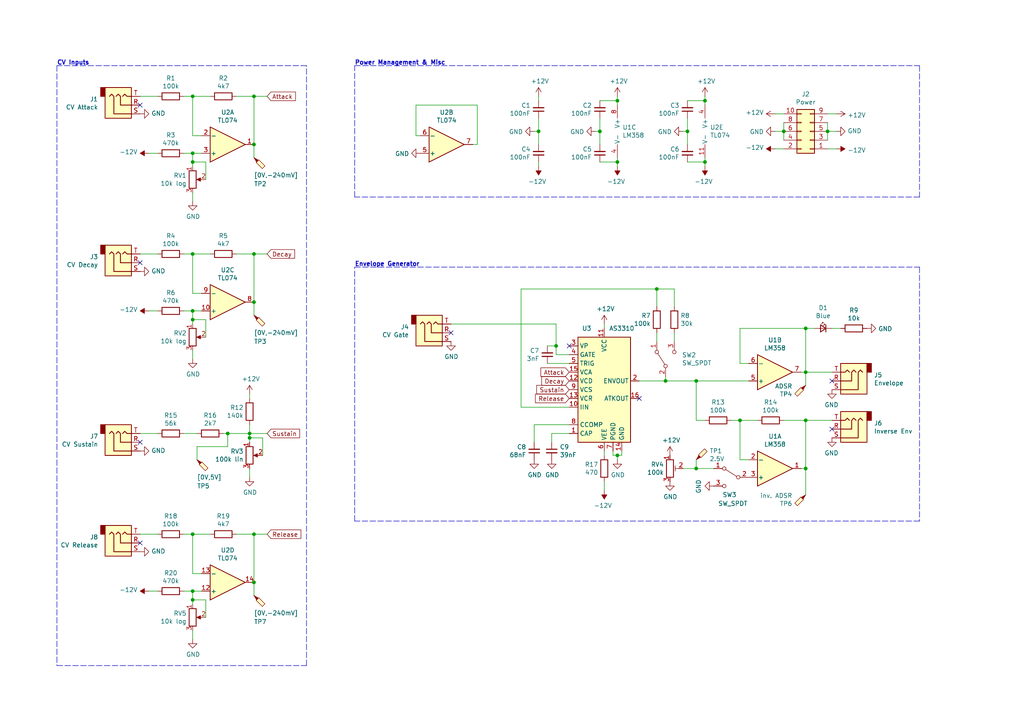
<source format=kicad_sch>
(kicad_sch (version 20211123) (generator eeschema)
  (paper "A4")
  (title_block (title "ADSR 3310") (date "2022-03-09") (rev "0.1.1") (company "gss") (comment 1 "VCASDR based on the 3310 chip with inverse output"))
  (lib_symbols
    (symbol "Amplifier_Operational:LM358" (pin_names (offset 0.127))
      (property "Reference" "U" (at 0 5.08 0))
      (property "Value" "LM358" (at 0 -5.08 0))
      (symbol "LM358_1_1"
        (polyline (pts (xy -5.08 5.08) (xy 5.08 0) (xy -5.08 -5.08) (xy -5.08 5.08)) (stroke (width 0.254)) (fill (type background)))
        (pin output line (at 7.62 0 180) (length 2.54) (name "~") (number "1"))
        (pin input line (at -7.62 -2.54 0) (length 2.54) (name "-") (number "2"))
        (pin input line (at -7.62 2.54 0) (length 2.54) (name "+") (number "3"))
      )
      (symbol "LM358_2_1"
        (polyline (pts (xy -5.08 5.08) (xy 5.08 0) (xy -5.08 -5.08) (xy -5.08 5.08)) (stroke (width 0.254)) (fill (type background)))
        (pin input line (at -7.62 2.54 0) (length 2.54) (name "+") (number "5"))
        (pin input line (at -7.62 -2.54 0) (length 2.54) (name "-") (number "6"))
        (pin output line (at 7.62 0 180) (length 2.54) (name "~") (number "7"))
      )
      (symbol "LM358_3_1"
        (pin power_in line (at -2.54 -7.62 90) (length 3.81) (name "V-") (number "4"))
        (pin power_in line (at -2.54 7.62 270) (length 3.81) (name "V+") (number "8"))
      )
    )
    (symbol "Amplifier_Operational:TL074" (pin_names (offset 0.127))
      (property "Reference" "U" (at 0 5.08 0))
      (property "Value" "TL074" (at 0 -5.08 0))
      (symbol "TL074_1_1"
        (polyline (pts (xy -5.08 5.08) (xy 5.08 0) (xy -5.08 -5.08) (xy -5.08 5.08)) (stroke (width 0.254)) (fill (type background)))
        (pin output line (at 7.62 0 180) (length 2.54) (name "~") (number "1"))
        (pin input line (at -7.62 -2.54 0) (length 2.54) (name "-") (number "2"))
        (pin input line (at -7.62 2.54 0) (length 2.54) (name "+") (number "3"))
      )
      (symbol "TL074_2_1"
        (polyline (pts (xy -5.08 5.08) (xy 5.08 0) (xy -5.08 -5.08) (xy -5.08 5.08)) (stroke (width 0.254)) (fill (type background)))
        (pin input line (at -7.62 2.54 0) (length 2.54) (name "+") (number "5"))
        (pin input line (at -7.62 -2.54 0) (length 2.54) (name "-") (number "6"))
        (pin output line (at 7.62 0 180) (length 2.54) (name "~") (number "7"))
      )
      (symbol "TL074_3_1"
        (polyline (pts (xy -5.08 5.08) (xy 5.08 0) (xy -5.08 -5.08) (xy -5.08 5.08)) (stroke (width 0.254)) (fill (type background)))
        (pin input line (at -7.62 2.54 0) (length 2.54) (name "+") (number "10"))
        (pin output line (at 7.62 0 180) (length 2.54) (name "~") (number "8"))
        (pin input line (at -7.62 -2.54 0) (length 2.54) (name "-") (number "9"))
      )
      (symbol "TL074_4_1"
        (polyline (pts (xy -5.08 5.08) (xy 5.08 0) (xy -5.08 -5.08) (xy -5.08 5.08)) (stroke (width 0.254)) (fill (type background)))
        (pin input line (at -7.62 2.54 0) (length 2.54) (name "+") (number "12"))
        (pin input line (at -7.62 -2.54 0) (length 2.54) (name "-") (number "13"))
        (pin output line (at 7.62 0 180) (length 2.54) (name "~") (number "14"))
      )
      (symbol "TL074_5_1"
        (pin power_in line (at -2.54 -7.62 90) (length 3.81) (name "V-") (number "11"))
        (pin power_in line (at -2.54 7.62 270) (length 3.81) (name "V+") (number "4"))
      )
    )
    (symbol "Audio:AS3310"
      (property "Reference" "U" (at -5.08 17.78 0))
      (property "Value" "AS3310" (at 5.08 17.78 0))
      (symbol "AS3310_0_1"
        (rectangle (start 7.62 -15.24) (end -7.62 15.24) (stroke (width 0.254)) (fill (type background)))
      )
      (symbol "AS3310_1_1"
        (pin passive line (at -10.16 -12.7 0) (length 2.54) (name "CAP") (number "1"))
        (pin input line (at -10.16 -5.08 0) (length 2.54) (name "IIN") (number "10"))
        (pin power_in line (at 0 17.78 270) (length 2.54) (name "VCC") (number "11"))
        (pin input line (at -10.16 2.54 0) (length 2.54) (name "VCD") (number "12"))
        (pin input line (at -10.16 -2.54 0) (length 2.54) (name "VCR") (number "13"))
        (pin power_in line (at 5.08 -17.78 90) (length 2.54) (name "GND") (number "14"))
        (pin input line (at -10.16 5.08 0) (length 2.54) (name "VCA") (number "15"))
        (pin output line (at 10.16 -2.54 180) (length 2.54) (name "ATKOUT") (number "16"))
        (pin output line (at 10.16 2.54 180) (length 2.54) (name "ENVOUT") (number "2"))
        (pin input line (at -10.16 12.7 0) (length 2.54) (name "VP") (number "3"))
        (pin input line (at -10.16 10.16 0) (length 2.54) (name "GATE") (number "4"))
        (pin input line (at -10.16 7.62 0) (length 2.54) (name "TRIG") (number "5"))
        (pin power_in line (at 0 -17.78 90) (length 2.54) (name "VEE") (number "6"))
        (pin power_in line (at 2.54 -17.78 90) (length 2.54) (name "PGND") (number "7"))
        (pin passive line (at -10.16 -10.16 0) (length 2.54) (name "CCOMP") (number "8"))
        (pin input line (at -10.16 0 0) (length 2.54) (name "VCS") (number "9"))
      )
    )
    (symbol "Connector:AudioJack3"
      (property "Reference" "J" (at 0 8.89 0))
      (property "Value" "AudioJack3" (at 0 6.35 0))
      (symbol "AudioJack3_0_1"
        (rectangle (start -5.08 -5.08) (end -6.35 -2.54) (stroke (width 0.254)) (fill (type outline)))
        (polyline (pts (xy 0 -2.54) (xy 0.635 -3.175) (xy 1.27 -2.54) (xy 2.54 -2.54)) (stroke (width 0.254)))
        (polyline (pts (xy -1.905 -2.54) (xy -1.27 -3.175) (xy -0.635 -2.54) (xy -0.635 0) (xy 2.54 0)) (stroke (width 0.254)))
        (polyline (pts (xy 2.54 2.54) (xy -2.54 2.54) (xy -2.54 -2.54) (xy -3.175 -3.175) (xy -3.81 -2.54)) (stroke (width 0.254)))
        (rectangle (start 2.54 3.81) (end -5.08 -5.08) (stroke (width 0.254)) (fill (type background)))
      )
      (symbol "AudioJack3_1_1"
        (pin passive line (at 5.08 0 180) (length 2.54) (name "~") (number "R"))
        (pin passive line (at 5.08 2.54 180) (length 2.54) (name "~") (number "S"))
        (pin passive line (at 5.08 -2.54 180) (length 2.54) (name "~") (number "T"))
      )
    )
    (symbol "Connector:TestPoint_Probe" (pin_numbers hide) (pin_names (offset 0.762) hide)
      (property "Reference" "TP" (at 1.651 5.842 0))
      (property "Value" "TestPoint_Probe" (at 1.651 4.064 0))
      (symbol "TestPoint_Probe_0_1"
        (polyline (pts (xy 1.27 0.762) (xy 0 0) (xy 0.762 1.27) (xy 1.27 0.762)) (fill (type outline)))
        (polyline (pts (xy 1.397 0.635) (xy 0.635 1.397) (xy 2.413 3.175) (xy 3.175 2.413) (xy 1.397 0.635)) (fill (type background)))
      )
      (symbol "TestPoint_Probe_1_1"
        (pin passive line (at 0 0 90) (length 0) (name "1") (number "1"))
      )
    )
    (symbol "Connector_Generic:Conn_02x05_Odd_Even" (pin_names (offset 1.016) hide)
      (property "Reference" "J" (at 1.27 7.62 0))
      (property "Value" "Conn_02x05_Odd_Even" (at 1.27 -7.62 0))
      (symbol "Conn_02x05_Odd_Even_1_1"
        (rectangle (start -1.27 -4.953) (end 0 -5.207) (stroke (width 0.1524)))
        (rectangle (start -1.27 -2.413) (end 0 -2.667) (stroke (width 0.1524)))
        (rectangle (start -1.27 0.127) (end 0 -0.127) (stroke (width 0.1524)))
        (rectangle (start -1.27 2.667) (end 0 2.413) (stroke (width 0.1524)))
        (rectangle (start -1.27 5.207) (end 0 4.953) (stroke (width 0.1524)))
        (rectangle (start -1.27 6.35) (end 3.81 -6.35) (stroke (width 0.254)) (fill (type background)))
        (rectangle (start 3.81 -4.953) (end 2.54 -5.207) (stroke (width 0.1524)))
        (rectangle (start 3.81 -2.413) (end 2.54 -2.667) (stroke (width 0.1524)))
        (rectangle (start 3.81 0.127) (end 2.54 -0.127) (stroke (width 0.1524)))
        (rectangle (start 3.81 2.667) (end 2.54 2.413) (stroke (width 0.1524)))
        (rectangle (start 3.81 5.207) (end 2.54 4.953) (stroke (width 0.1524)))
        (pin passive line (at -5.08 5.08 0) (length 3.81) (name "Pin_1") (number "1"))
        (pin passive line (at 7.62 -5.08 180) (length 3.81) (name "Pin_10") (number "10"))
        (pin passive line (at 7.62 5.08 180) (length 3.81) (name "Pin_2") (number "2"))
        (pin passive line (at -5.08 2.54 0) (length 3.81) (name "Pin_3") (number "3"))
        (pin passive line (at 7.62 2.54 180) (length 3.81) (name "Pin_4") (number "4"))
        (pin passive line (at -5.08 0 0) (length 3.81) (name "Pin_5") (number "5"))
        (pin passive line (at 7.62 0 180) (length 3.81) (name "Pin_6") (number "6"))
        (pin passive line (at -5.08 -2.54 0) (length 3.81) (name "Pin_7") (number "7"))
        (pin passive line (at 7.62 -2.54 180) (length 3.81) (name "Pin_8") (number "8"))
        (pin passive line (at -5.08 -5.08 0) (length 3.81) (name "Pin_9") (number "9"))
      )
    )
    (symbol "Device:C_Small" (pin_numbers hide) (pin_names (offset 0.254) hide)
      (property "Reference" "C" (at 0.254 1.778 0))
      (property "Value" "C_Small" (at 0.254 -2.032 0))
      (symbol "C_Small_0_1"
        (polyline (pts (xy -1.524 -0.508) (xy 1.524 -0.508)) (stroke (width 0.3302)))
        (polyline (pts (xy -1.524 0.508) (xy 1.524 0.508)) (stroke (width 0.3048)))
      )
      (symbol "C_Small_1_1"
        (pin passive line (at 0 2.54 270) (length 2.032) (name "~") (number "1"))
        (pin passive line (at 0 -2.54 90) (length 2.032) (name "~") (number "2"))
      )
    )
    (symbol "Device:LED_Small" (pin_numbers hide) (pin_names (offset 0.254) hide)
      (property "Reference" "D" (at -1.27 3.175 0))
      (property "Value" "LED_Small" (at -4.445 -2.54 0))
      (symbol "LED_Small_0_1"
        (polyline (pts (xy -0.762 -1.016) (xy -0.762 1.016)) (stroke (width 0.254)))
        (polyline (pts (xy 1.016 0) (xy -0.762 0)))
        (polyline (pts (xy 0.762 -1.016) (xy -0.762 0) (xy 0.762 1.016) (xy 0.762 -1.016)) (stroke (width 0.254)))
        (polyline (pts (xy 0 0.762) (xy -0.508 1.27) (xy -0.254 1.27) (xy -0.508 1.27) (xy -0.508 1.016)))
        (polyline (pts (xy 0.508 1.27) (xy 0 1.778) (xy 0.254 1.778) (xy 0 1.778) (xy 0 1.524)))
      )
      (symbol "LED_Small_1_1"
        (pin passive line (at -2.54 0 0) (length 1.778) (name "K") (number "1"))
        (pin passive line (at 2.54 0 180) (length 1.778) (name "A") (number "2"))
      )
    )
    (symbol "Device:R" (pin_numbers hide) (pin_names (offset 0))
      (property "Reference" "R" (at 2.032 0 90))
      (property "Value" "R" (at 0 0 90))
      (symbol "R_0_1"
        (rectangle (start -1.016 -2.54) (end 1.016 2.54) (stroke (width 0.254)))
      )
      (symbol "R_1_1"
        (pin passive line (at 0 3.81 270) (length 1.27) (name "~") (number "1"))
        (pin passive line (at 0 -3.81 90) (length 1.27) (name "~") (number "2"))
      )
    )
    (symbol "Device:R_POT" (pin_names (offset 1.016) hide)
      (property "Reference" "RV" (at -4.445 0 90))
      (property "Value" "Device_R_POT" (at -2.54 0 90))
      (symbol "R_POT_0_1"
        (polyline (pts (xy 2.54 0) (xy 1.524 0)))
        (polyline (pts (xy 1.143 0) (xy 2.286 0.508) (xy 2.286 -0.508) (xy 1.143 0)) (fill (type outline)))
        (rectangle (start 1.016 2.54) (end -1.016 -2.54) (stroke (width 0.254)))
      )
      (symbol "R_POT_1_1"
        (pin passive line (at 0 3.81 270) (length 1.27) (name "1") (number "1"))
        (pin passive line (at 3.81 0 180) (length 1.27) (name "2") (number "2"))
        (pin passive line (at 0 -3.81 90) (length 1.27) (name "3") (number "3"))
      )
    )
    (symbol "Device:R_POT_TRIM" (pin_names (offset 1.016) hide)
      (property "Reference" "RV" (at -4.445 0 90))
      (property "Value" "Device_R_POT_TRIM" (at -2.54 0 90))
      (symbol "R_POT_TRIM_0_1"
        (polyline (pts (xy 1.524 0.762) (xy 1.524 -0.762)))
        (polyline (pts (xy 2.54 0) (xy 1.524 0)))
        (rectangle (start 1.016 2.54) (end -1.016 -2.54) (stroke (width 0.254)))
      )
      (symbol "R_POT_TRIM_1_1"
        (pin passive line (at 0 3.81 270) (length 1.27) (name "1") (number "1"))
        (pin passive line (at 3.81 0 180) (length 1.27) (name "2") (number "2"))
        (pin passive line (at 0 -3.81 90) (length 1.27) (name "3") (number "3"))
      )
    )
    (symbol "Switch:SW_SPDT" (pin_names (offset 0) hide)
      (property "Reference" "SW" (at 0 4.318 0))
      (property "Value" "SW_SPDT" (at 0 -5.08 0))
      (symbol "SW_SPDT_0_0"
        (circle (center -2.032 0) (radius 0.508))
        (circle (center 2.032 -2.54) (radius 0.508))
      )
      (symbol "SW_SPDT_0_1"
        (polyline (pts (xy -1.524 0.254) (xy 1.651 2.286)))
        (circle (center 2.032 2.54) (radius 0.508))
      )
      (symbol "SW_SPDT_1_1"
        (pin passive line (at 5.08 2.54 180) (length 2.54) (name "A") (number "1"))
        (pin passive line (at -5.08 0 0) (length 2.54) (name "B") (number "2"))
        (pin passive line (at 5.08 -2.54 180) (length 2.54) (name "C") (number "3"))
      )
    )
    (symbol "power:+12V" (power) (pin_names (offset 0))
      (property "Value" "+12V" (at 0 3.556 0))
      (symbol "+12V_0_1"
        (polyline (pts (xy -0.762 1.27) (xy 0 2.54)))
        (polyline (pts (xy 0 0) (xy 0 2.54)))
        (polyline (pts (xy 0 2.54) (xy 0.762 1.27)))
      )
      (symbol "+12V_1_1"
        (pin power_in line (at 0 0 90) (length 0) hide (name "+12V") (number "1"))
      )
    )
    (symbol "power:-12V" (power) (pin_names (offset 0))
      (property "Value" "-12V" (at 0 3.81 0))
      (symbol "-12V_0_0"
        (pin power_in line (at 0 0 90) (length 0) hide (name "-12V") (number "1"))
      )
      (symbol "-12V_0_1"
        (polyline (pts (xy 0 0) (xy 0 1.27) (xy 0.762 1.27) (xy 0 2.54) (xy -0.762 1.27) (xy 0 1.27)) (fill (type outline)))
      )
    )
    (symbol "power:GND" (power) (pin_names (offset 0))
      (property "Value" "GND" (at 0 -3.81 0))
      (symbol "GND_0_1"
        (polyline (pts (xy 0 0) (xy 0 -1.27) (xy 1.27 -1.27) (xy 0 -2.54) (xy -1.27 -1.27) (xy 0 -1.27)))
      )
      (symbol "GND_1_1"
        (pin power_in line (at 0 0 270) (length 0) hide (name "GND") (number "1"))
      )
    )
  )
  (junction (at 55.88 154.94))
  (junction (at 66.04 125.73))
  (junction (at 233.68 95.25))
  (junction (at 179.07 132.08))
  (junction (at 201.93 110.49))
  (junction (at 55.88 90.17))
  (junction (at 73.66 168.91))
  (junction (at 199.39 38.1))
  (junction (at 72.39 127))
  (junction (at 55.88 46.99))
  (junction (at 204.47 29.21))
  (junction (at 233.68 135.89))
  (junction (at 73.66 41.91))
  (junction (at 55.88 73.66))
  (junction (at 55.88 92.71))
  (junction (at 233.68 121.92))
  (junction (at 204.47 46.99))
  (junction (at 214.63 121.92))
  (junction (at 55.88 27.94))
  (junction (at 201.93 135.89))
  (junction (at 227.33 38.1))
  (junction (at 161.29 100.33))
  (junction (at 73.66 27.94))
  (junction (at 55.88 171.45))
  (junction (at 72.39 125.73))
  (junction (at 190.5 83.82))
  (junction (at 193.04 110.49))
  (junction (at 55.88 44.45))
  (junction (at 240.03 38.1))
  (junction (at 55.88 173.99))
  (junction (at 156.21 38.1))
  (junction (at 73.66 87.63))
  (junction (at 179.07 46.99))
  (junction (at 233.68 107.95))
  (junction (at 173.99 38.1))
  (junction (at 73.66 73.66))
  (junction (at 179.07 29.21))
  (junction (at 73.66 154.94))
  (no_connect (at 185.42 115.57))
  (no_connect (at 241.3 110.49))
  (no_connect (at 40.64 76.2))
  (no_connect (at 165.1 100.33))
  (no_connect (at 241.3 124.46))
  (no_connect (at 130.81 96.52))
  (no_connect (at 40.64 30.48))
  (no_connect (at 40.64 157.48))
  (no_connect (at 40.64 128.27))
  (wire (pts (xy 240.03 38.1) (xy 242.57 38.1)))
  (wire (pts (xy 55.88 90.17) (xy 55.88 92.71)))
  (wire (pts (xy 240.03 35.56) (xy 240.03 38.1)))
  (wire (pts (xy 160.02 128.27) (xy 160.02 125.73)))
  (wire (pts (xy 72.39 127) (xy 72.39 128.27)))
  (wire (pts (xy 66.04 125.73) (xy 72.39 125.73)))
  (wire (pts (xy 57.15 129.54) (xy 66.04 129.54)))
  (wire (pts (xy 201.93 110.49) (xy 217.17 110.49)))
  (wire (pts (xy 177.8 130.81) (xy 177.8 132.08)))
  (wire (pts (xy 55.88 154.94) (xy 60.96 154.94)))
  (wire (pts (xy 160.02 125.73) (xy 165.1 125.73)))
  (wire (pts (xy 173.99 29.21) (xy 179.07 29.21)))
  (wire (pts (xy 173.99 34.29) (xy 173.99 38.1)))
  (wire (pts (xy 120.65 39.37) (xy 120.65 30.48)))
  (wire (pts (xy 53.34 154.94) (xy 55.88 154.94)))
  (wire (pts (xy 72.39 125.73) (xy 72.39 127)))
  (wire (pts (xy 224.79 38.1) (xy 227.33 38.1)))
  (wire (pts (xy 193.04 110.49) (xy 201.93 110.49)))
  (wire (pts (xy 43.18 90.17) (xy 45.72 90.17)))
  (wire (pts (xy 156.21 27.94) (xy 156.21 29.21)))
  (wire (pts (xy 68.58 154.94) (xy 73.66 154.94)))
  (wire (pts (xy 233.68 95.25) (xy 236.22 95.25)))
  (wire (pts (xy 73.66 27.94) (xy 73.66 41.91)))
  (wire (pts (xy 72.39 123.19) (xy 72.39 125.73)))
  (wire (pts (xy 217.17 133.35) (xy 214.63 133.35)))
  (wire (pts (xy 55.88 55.88) (xy 55.88 58.42)))
  (wire (pts (xy 120.65 30.48) (xy 138.43 30.48)))
  (wire (pts (xy 180.34 132.08) (xy 180.34 130.81)))
  (wire (pts (xy 73.66 73.66) (xy 73.66 87.63)))
  (wire (pts (xy 73.66 73.66) (xy 77.47 73.66)))
  (wire (pts (xy 121.92 39.37) (xy 120.65 39.37)))
  (wire (pts (xy 173.99 38.1) (xy 173.99 41.91)))
  (wire (pts (xy 179.07 46.99) (xy 179.07 48.26)))
  (wire (pts (xy 161.29 93.98) (xy 161.29 100.33)))
  (wire (pts (xy 59.69 92.71) (xy 55.88 92.71)))
  (wire (pts (xy 233.68 121.92) (xy 241.3 121.92)))
  (wire (pts (xy 190.5 96.52) (xy 190.5 99.06)))
  (wire (pts (xy 73.66 172.72) (xy 73.66 168.91)))
  (wire (pts (xy 151.13 118.11) (xy 151.13 83.82)))
  (wire (pts (xy 179.07 132.08) (xy 180.34 132.08)))
  (wire (pts (xy 199.39 34.29) (xy 199.39 38.1)))
  (polyline (pts (xy 88.9 19.05) (xy 16.51 19.05)))
  (wire (pts (xy 55.88 73.66) (xy 60.96 73.66)))
  (wire (pts (xy 198.12 135.89) (xy 201.93 135.89)))
  (wire (pts (xy 45.72 125.73) (xy 40.64 125.73)))
  (wire (pts (xy 233.68 107.95) (xy 241.3 107.95)))
  (wire (pts (xy 72.39 125.73) (xy 77.47 125.73)))
  (wire (pts (xy 156.21 38.1) (xy 156.21 41.91)))
  (wire (pts (xy 55.88 46.99) (xy 55.88 48.26)))
  (wire (pts (xy 233.68 135.89) (xy 232.41 135.89)))
  (wire (pts (xy 227.33 38.1) (xy 227.33 40.64)))
  (wire (pts (xy 195.58 83.82) (xy 195.58 88.9)))
  (wire (pts (xy 66.04 129.54) (xy 66.04 125.73)))
  (wire (pts (xy 193.04 110.49) (xy 193.04 109.22)))
  (wire (pts (xy 204.47 27.94) (xy 204.47 29.21)))
  (wire (pts (xy 179.07 29.21) (xy 179.07 30.48)))
  (wire (pts (xy 53.34 73.66) (xy 55.88 73.66)))
  (wire (pts (xy 130.81 93.98) (xy 161.29 93.98)))
  (wire (pts (xy 55.88 173.99) (xy 55.88 175.26)))
  (wire (pts (xy 40.64 73.66) (xy 45.72 73.66)))
  (wire (pts (xy 58.42 85.09) (xy 55.88 85.09)))
  (wire (pts (xy 73.66 45.72) (xy 73.66 41.91)))
  (polyline (pts (xy 102.87 77.47) (xy 266.7 77.47)))
  (wire (pts (xy 151.13 83.82) (xy 190.5 83.82)))
  (wire (pts (xy 55.88 44.45) (xy 55.88 46.99)))
  (wire (pts (xy 165.1 118.11) (xy 151.13 118.11)))
  (wire (pts (xy 59.69 97.79) (xy 59.69 92.71)))
  (wire (pts (xy 73.66 27.94) (xy 77.47 27.94)))
  (wire (pts (xy 57.15 133.35) (xy 57.15 129.54)))
  (wire (pts (xy 55.88 39.37) (xy 55.88 27.94)))
  (wire (pts (xy 55.88 171.45) (xy 55.88 173.99)))
  (wire (pts (xy 158.75 105.41) (xy 165.1 105.41)))
  (wire (pts (xy 72.39 114.3) (xy 72.39 115.57)))
  (wire (pts (xy 172.72 38.1) (xy 173.99 38.1)))
  (wire (pts (xy 179.07 132.08) (xy 179.07 133.35)))
  (wire (pts (xy 175.26 139.7) (xy 175.26 142.24)))
  (wire (pts (xy 72.39 135.89) (xy 72.39 138.43)))
  (wire (pts (xy 68.58 27.94) (xy 73.66 27.94)))
  (wire (pts (xy 138.43 41.91) (xy 137.16 41.91)))
  (wire (pts (xy 73.66 154.94) (xy 77.47 154.94)))
  (wire (pts (xy 233.68 121.92) (xy 233.68 135.89)))
  (wire (pts (xy 53.34 27.94) (xy 55.88 27.94)))
  (wire (pts (xy 204.47 45.72) (xy 204.47 46.99)))
  (polyline (pts (xy 16.51 193.04) (xy 88.9 193.04)))
  (wire (pts (xy 138.43 30.48) (xy 138.43 41.91)))
  (wire (pts (xy 59.69 46.99) (xy 55.88 46.99)))
  (wire (pts (xy 43.18 171.45) (xy 45.72 171.45)))
  (wire (pts (xy 53.34 125.73) (xy 57.15 125.73)))
  (wire (pts (xy 204.47 29.21) (xy 204.47 30.48)))
  (wire (pts (xy 199.39 38.1) (xy 199.39 41.91)))
  (wire (pts (xy 58.42 166.37) (xy 55.88 166.37)))
  (wire (pts (xy 233.68 95.25) (xy 233.68 107.95)))
  (wire (pts (xy 154.94 128.27) (xy 154.94 123.19)))
  (wire (pts (xy 233.68 107.95) (xy 232.41 107.95)))
  (wire (pts (xy 76.2 127) (xy 72.39 127)))
  (wire (pts (xy 68.58 73.66) (xy 73.66 73.66)))
  (wire (pts (xy 227.33 35.56) (xy 227.33 38.1)))
  (wire (pts (xy 55.88 166.37) (xy 55.88 154.94)))
  (wire (pts (xy 58.42 39.37) (xy 55.88 39.37)))
  (polyline (pts (xy 16.51 19.05) (xy 16.51 193.04)))
  (wire (pts (xy 241.3 95.25) (xy 243.84 95.25)))
  (wire (pts (xy 190.5 83.82) (xy 190.5 88.9)))
  (wire (pts (xy 217.17 105.41) (xy 214.63 105.41)))
  (polyline (pts (xy 102.87 151.13) (xy 102.87 77.47)))
  (wire (pts (xy 53.34 44.45) (xy 55.88 44.45)))
  (wire (pts (xy 55.88 27.94) (xy 60.96 27.94)))
  (wire (pts (xy 179.07 27.94) (xy 179.07 29.21)))
  (wire (pts (xy 224.79 43.18) (xy 227.33 43.18)))
  (wire (pts (xy 224.79 33.02) (xy 227.33 33.02)))
  (polyline (pts (xy 266.7 151.13) (xy 102.87 151.13)))
  (wire (pts (xy 154.94 38.1) (xy 156.21 38.1)))
  (polyline (pts (xy 102.87 19.05) (xy 266.7 19.05)))
  (wire (pts (xy 233.68 143.51) (xy 233.68 135.89)))
  (wire (pts (xy 179.07 45.72) (xy 179.07 46.99)))
  (wire (pts (xy 156.21 46.99) (xy 156.21 48.26)))
  (wire (pts (xy 214.63 133.35) (xy 214.63 121.92)))
  (wire (pts (xy 161.29 102.87) (xy 161.29 100.33)))
  (wire (pts (xy 204.47 46.99) (xy 204.47 48.26)))
  (wire (pts (xy 201.93 133.35) (xy 201.93 135.89)))
  (wire (pts (xy 212.09 121.92) (xy 214.63 121.92)))
  (wire (pts (xy 40.64 154.94) (xy 45.72 154.94)))
  (wire (pts (xy 64.77 125.73) (xy 66.04 125.73)))
  (polyline (pts (xy 266.7 77.47) (xy 266.7 151.13)))
  (wire (pts (xy 201.93 135.89) (xy 207.01 135.89)))
  (wire (pts (xy 175.26 130.81) (xy 175.26 132.08)))
  (wire (pts (xy 53.34 171.45) (xy 55.88 171.45)))
  (polyline (pts (xy 266.7 57.15) (xy 102.87 57.15)))
  (wire (pts (xy 73.66 87.63) (xy 73.66 91.44)))
  (wire (pts (xy 214.63 105.41) (xy 214.63 95.25)))
  (wire (pts (xy 55.88 44.45) (xy 58.42 44.45)))
  (wire (pts (xy 43.18 44.45) (xy 45.72 44.45)))
  (wire (pts (xy 55.88 85.09) (xy 55.88 73.66)))
  (wire (pts (xy 55.88 90.17) (xy 58.42 90.17)))
  (polyline (pts (xy 266.7 19.05) (xy 266.7 57.15)))
  (wire (pts (xy 195.58 96.52) (xy 195.58 99.06)))
  (wire (pts (xy 76.2 132.08) (xy 76.2 127)))
  (wire (pts (xy 73.66 154.94) (xy 73.66 168.91)))
  (wire (pts (xy 158.75 100.33) (xy 161.29 100.33)))
  (wire (pts (xy 240.03 38.1) (xy 240.03 40.64)))
  (wire (pts (xy 177.8 132.08) (xy 179.07 132.08)))
  (wire (pts (xy 214.63 121.92) (xy 219.71 121.92)))
  (wire (pts (xy 55.88 173.99) (xy 59.69 173.99)))
  (wire (pts (xy 199.39 29.21) (xy 204.47 29.21)))
  (wire (pts (xy 198.12 38.1) (xy 199.39 38.1)))
  (wire (pts (xy 190.5 83.82) (xy 195.58 83.82)))
  (wire (pts (xy 40.64 27.94) (xy 45.72 27.94)))
  (wire (pts (xy 175.26 93.98) (xy 175.26 95.25)))
  (wire (pts (xy 201.93 110.49) (xy 201.93 121.92)))
  (wire (pts (xy 204.47 121.92) (xy 201.93 121.92)))
  (wire (pts (xy 165.1 123.19) (xy 154.94 123.19)))
  (wire (pts (xy 55.88 101.6) (xy 55.88 104.14)))
  (wire (pts (xy 161.29 102.87) (xy 165.1 102.87)))
  (wire (pts (xy 156.21 34.29) (xy 156.21 38.1)))
  (wire (pts (xy 55.88 171.45) (xy 58.42 171.45)))
  (wire (pts (xy 59.69 52.07) (xy 59.69 46.99)))
  (wire (pts (xy 227.33 121.92) (xy 233.68 121.92)))
  (polyline (pts (xy 88.9 193.04) (xy 88.9 19.05)))
  (wire (pts (xy 233.68 111.76) (xy 233.68 107.95)))
  (wire (pts (xy 214.63 95.25) (xy 233.68 95.25)))
  (wire (pts (xy 55.88 182.88) (xy 55.88 185.42)))
  (wire (pts (xy 59.69 179.07) (xy 59.69 173.99)))
  (wire (pts (xy 173.99 46.99) (xy 179.07 46.99)))
  (wire (pts (xy 240.03 33.02) (xy 242.57 33.02)))
  (wire (pts (xy 199.39 46.99) (xy 204.47 46.99)))
  (wire (pts (xy 185.42 110.49) (xy 193.04 110.49)))
  (wire (pts (xy 53.34 90.17) (xy 55.88 90.17)))
  (polyline (pts (xy 102.87 57.15) (xy 102.87 19.05)))
  (wire (pts (xy 55.88 92.71) (xy 55.88 93.98)))
  (wire (pts (xy 240.03 43.18) (xy 242.57 43.18)))
  (text "CV Inputs" (at 16.51 19.05 0) (effects (font (size 1.27 1.27) (thickness 0.254) bold) (justify left bottom)))
  (text "Envelope Generator" (at 102.87 77.47 0) (effects (font (size 1.27 1.27) (thickness 0.254) bold) (justify left bottom)))
  (text "Power Management & Misc" (at 102.87 19.05 0) (effects (font (size 1.27 1.27) (thickness 0.254) bold) (justify left bottom)))
  (global_label "Decay" (shape input) (at 165.1 110.49 180) (property "Intersheet References" "${INTERSHEET_REFS}" (effects hide)))
  (global_label "Sustain" (shape input) (at 165.1 113.03 180) (property "Intersheet References" "${INTERSHEET_REFS}" (effects hide)))
  (global_label "Sustain" (shape input) (at 77.47 125.73 0) (property "Intersheet References" "${INTERSHEET_REFS}" (effects hide)))
  (global_label "Release" (shape input) (at 77.47 154.94 0) (property "Intersheet References" "${INTERSHEET_REFS}" (effects hide)))
  (global_label "Decay" (shape input) (at 77.47 73.66 0) (property "Intersheet References" "${INTERSHEET_REFS}" (effects hide)))
  (global_label "Release" (shape input) (at 165.1 115.57 180) (property "Intersheet References" "${INTERSHEET_REFS}" (effects hide)))
  (global_label "Attack" (shape input) (at 165.1 107.95 180) (property "Intersheet References" "${INTERSHEET_REFS}" (effects hide)))
  (global_label "Attack" (shape input) (at 77.47 27.94 0) (property "Intersheet References" "${INTERSHEET_REFS}" (effects hide)))
  (symbol (lib_id "Connector_Generic:Conn_02x05_Odd_Even") (at 234.95 38.1 180) (unit 1)
    (property "Reference" "J2" (at 233.68 27.305 0))
    (property "Value" "Power" (at 233.68 29.6164 0))
    (property "Footprint" "Connector_IDC:IDC-Header_2x05_P2.54mm_Vertical" (effects hide))
  )
  (symbol (lib_id "power:GND") (at 242.57 38.1 90) (unit 1)
    (property "Reference" "#PWR0101" (effects hide))
    (property "Value" "GND" (at 245.8212 37.973 90) (effects (justify right)))
  )
  (symbol (lib_id "power:GND") (at 224.79 38.1 270) (unit 1)
    (property "Reference" "#PWR0102" (effects hide))
    (property "Value" "GND" (at 221.5388 38.227 90) (effects (justify right)))
  )
  (symbol (lib_id "power:+12V") (at 242.57 33.02 270) (unit 1)
    (property "Reference" "#PWR0103" (effects hide))
    (property "Value" "+12V" (at 245.8212 33.401 90) (effects (justify left)))
  )
  (symbol (lib_id "power:+12V") (at 224.79 33.02 90) (unit 1)
    (property "Reference" "#PWR0104" (effects hide))
    (property "Value" "+12V" (at 221.5388 32.639 90) (effects (justify left)))
  )
  (symbol (lib_id "power:-12V") (at 242.57 43.18 270) (unit 1)
    (property "Reference" "#PWR0105" (effects hide))
    (property "Value" "-12V" (at 245.8212 43.561 90) (effects (justify left)))
  )
  (symbol (lib_id "power:-12V") (at 224.79 43.18 90) (unit 1)
    (property "Reference" "#PWR0106" (effects hide))
    (property "Value" "-12V" (at 221.5388 42.799 90) (effects (justify left)))
  )
  (symbol (lib_id "Audio:AS3310") (at 175.26 113.03 0) (unit 1)
    (property "Reference" "U3" (at 170.18 95.25 0))
    (property "Value" "AS3310" (at 180.34 95.25 0))
    (property "Footprint" "Package_DIP:DIP-16_W7.62mm_Socket" (effects hide))
    (property "Datasheet" "http://www.alfarzpp.lv/eng/sc/AS3310.pdf" (effects hide))
  )
  (symbol (lib_id "power:+12V") (at 175.26 93.98 0) (unit 1)
    (property "Reference" "#PWR0107" (effects hide))
    (property "Value" "+12V" (at 175.641 89.5858 0))
  )
  (symbol (lib_id "Device:C_Small") (at 160.02 130.81 0) (unit 1)
    (property "Reference" "C9" (at 162.3568 129.6416 0) (effects (justify left)))
    (property "Value" "39nF" (at 162.3568 131.953 0) (effects (justify left)))
    (property "Footprint" "Capacitor_SMD:C_1206_3216Metric" (effects hide))
  )
  (symbol (lib_id "power:GND") (at 160.02 133.35 0) (unit 1)
    (property "Reference" "#PWR0108" (effects hide))
    (property "Value" "GND" (at 160.147 137.7442 0))
  )
  (symbol (lib_id "Device:R") (at 195.58 92.71 0) (unit 1)
    (property "Reference" "R8" (at 197.358 91.5416 0) (effects (justify left)))
    (property "Value" "30k" (at 197.358 93.853 0) (effects (justify left)))
    (property "Footprint" "Resistor_SMD:R_1206_3216Metric" (effects hide))
  )
  (symbol (lib_id "Device:R") (at 190.5 92.71 0) (mirror x) (unit 1)
    (property "Reference" "R7" (at 188.722 91.5416 0) (effects (justify right)))
    (property "Value" "100k" (at 188.722 93.853 0) (effects (justify right)))
    (property "Footprint" "Resistor_SMD:R_1206_3216Metric" (effects hide))
  )
  (symbol (lib_id "Device:R") (at 175.26 135.89 0) (mirror x) (unit 1)
    (property "Reference" "R17" (at 173.5074 134.7216 0) (effects (justify right)))
    (property "Value" "470" (at 173.5074 137.033 0) (effects (justify right)))
    (property "Footprint" "Resistor_SMD:R_1206_3216Metric" (effects hide))
  )
  (symbol (lib_id "Device:C_Small") (at 154.94 130.81 0) (mirror x) (unit 1)
    (property "Reference" "C8" (at 152.6286 129.6416 0) (effects (justify right)))
    (property "Value" "68nF" (at 152.6286 131.953 0) (effects (justify right)))
    (property "Footprint" "Capacitor_SMD:C_1206_3216Metric" (effects hide))
  )
  (symbol (lib_id "power:GND") (at 154.94 133.35 0) (unit 1)
    (property "Reference" "#PWR0109" (effects hide))
    (property "Value" "GND" (at 155.067 137.7442 0))
  )
  (symbol (lib_id "Device:C_Small") (at 158.75 102.87 0) (mirror x) (unit 1)
    (property "Reference" "C7" (at 156.4132 101.7016 0) (effects (justify right)))
    (property "Value" "3nF" (at 156.4132 104.013 0) (effects (justify right)))
    (property "Footprint" "Capacitor_SMD:C_1206_3216Metric" (effects hide))
  )
  (symbol (lib_id "Switch:SW_SPDT") (at 193.04 104.14 90) (unit 1)
    (property "Reference" "SW2" (at 197.8152 102.9716 90) (effects (justify right)))
    (property "Value" "SW_SPDT" (at 197.8152 105.283 90) (effects (justify right)))
    (property "Footprint" "component-library:STMS-102-Micro_Toggle_Switch_SPDT" (effects hide))
  )
  (symbol (lib_id "Device:R") (at 49.53 44.45 270) (mirror x) (unit 1)
    (property "Reference" "R3" (at 49.53 39.1922 90))
    (property "Value" "470k" (at 49.53 41.5036 90))
    (property "Footprint" "Resistor_SMD:R_1206_3216Metric" (effects hide))
  )
  (symbol (lib_id "Device:R_POT") (at 55.88 52.07 0) (unit 1)
    (property "Reference" "RV1" (at 54.1274 50.9016 0) (effects (justify right)))
    (property "Value" "10k log" (at 54.1274 53.213 0) (effects (justify right)))
    (property "Footprint" "Potentiometer_THT:Potentiometer_Alps_RK09K_Single_Vertical" (effects hide))
  )
  (symbol (lib_id "power:-12V") (at 43.18 44.45 90) (unit 1)
    (property "Reference" "#PWR0110" (effects hide))
    (property "Value" "-12V" (at 39.9288 44.069 90) (effects (justify left)))
  )
  (symbol (lib_id "power:GND") (at 55.88 58.42 0) (unit 1)
    (property "Reference" "#PWR0111" (effects hide))
    (property "Value" "GND" (at 56.007 62.8142 0))
  )
  (symbol (lib_id "Amplifier_Operational:TL074") (at 66.04 41.91 0) (mirror x) (unit 1)
    (property "Reference" "U2" (at 66.04 32.5882 0))
    (property "Value" "TL074" (at 66.04 34.8996 0))
    (property "Footprint" "Package_SO:SOIC-14_3.9x8.7mm_P1.27mm" (effects hide))
    (property "Datasheet" "http://www.ti.com/lit/ds/symlink/tl071.pdf" (effects hide))
  )
  (symbol (lib_id "Amplifier_Operational:TL074") (at 129.54 41.91 0) (mirror x) (unit 2)
    (property "Reference" "U2" (at 129.54 32.5882 0))
    (property "Value" "TL074" (at 129.54 34.8996 0))
    (property "Footprint" "Package_SO:SOIC-14_3.9x8.7mm_P1.27mm" (effects hide))
    (property "Datasheet" "http://www.ti.com/lit/ds/symlink/tl071.pdf" (effects hide))
  )
  (symbol (lib_id "Amplifier_Operational:TL074") (at 66.04 87.63 0) (mirror x) (unit 3)
    (property "Reference" "U2" (at 66.04 78.3082 0))
    (property "Value" "TL074" (at 66.04 80.6196 0))
    (property "Footprint" "Package_SO:SOIC-14_3.9x8.7mm_P1.27mm" (effects hide))
    (property "Datasheet" "http://www.ti.com/lit/ds/symlink/tl071.pdf" (effects hide))
  )
  (symbol (lib_id "Amplifier_Operational:TL074") (at 66.04 168.91 0) (mirror x) (unit 4)
    (property "Reference" "U2" (at 66.04 159.5882 0))
    (property "Value" "TL074" (at 66.04 161.8996 0))
    (property "Footprint" "Package_SO:SOIC-14_3.9x8.7mm_P1.27mm" (effects hide))
    (property "Datasheet" "http://www.ti.com/lit/ds/symlink/tl071.pdf" (effects hide))
  )
  (symbol (lib_id "Amplifier_Operational:TL074") (at 207.01 38.1 0) (unit 5)
    (property "Reference" "U2" (at 205.9432 36.9316 0) (effects (justify left)))
    (property "Value" "TL074" (at 205.9432 39.243 0) (effects (justify left)))
    (property "Footprint" "Package_SO:SOIC-14_3.9x8.7mm_P1.27mm" (effects hide))
    (property "Datasheet" "http://www.ti.com/lit/ds/symlink/tl071.pdf" (effects hide))
  )
  (symbol (lib_id "Device:R") (at 49.53 27.94 270) (mirror x) (unit 1)
    (property "Reference" "R1" (at 49.53 22.6822 90))
    (property "Value" "100k" (at 49.53 24.9936 90))
    (property "Footprint" "Resistor_SMD:R_1206_3216Metric" (effects hide))
  )
  (symbol (lib_id "Connector:AudioJack3") (at 35.56 30.48 0) (mirror x) (unit 1)
    (property "Reference" "J1" (at 28.448 28.7782 0) (effects (justify right)))
    (property "Value" "CV Attack" (at 28.448 31.0896 0) (effects (justify right)))
    (property "Footprint" "component-library:PJ-392" (effects hide))
  )
  (symbol (lib_id "power:GND") (at 40.64 33.02 90) (unit 1)
    (property "Reference" "#PWR0112" (effects hide))
    (property "Value" "GND" (at 43.8912 32.893 90) (effects (justify right)))
  )
  (symbol (lib_id "Device:R") (at 64.77 27.94 270) (mirror x) (unit 1)
    (property "Reference" "R2" (at 64.77 22.6822 90))
    (property "Value" "4k7" (at 64.77 24.9936 90))
    (property "Footprint" "Resistor_SMD:R_1206_3216Metric" (effects hide))
  )
  (symbol (lib_id "Device:R") (at 49.53 90.17 270) (mirror x) (unit 1)
    (property "Reference" "R6" (at 49.53 84.9122 90))
    (property "Value" "470k" (at 49.53 87.2236 90))
    (property "Footprint" "Resistor_SMD:R_1206_3216Metric" (effects hide))
  )
  (symbol (lib_id "Device:R_POT") (at 55.88 97.79 0) (unit 1)
    (property "Reference" "RV2" (at 54.1274 96.6216 0) (effects (justify right)))
    (property "Value" "10k log" (at 54.1274 98.933 0) (effects (justify right)))
    (property "Footprint" "Potentiometer_THT:Potentiometer_Alps_RK09K_Single_Vertical" (effects hide))
  )
  (symbol (lib_id "power:-12V") (at 43.18 90.17 90) (unit 1)
    (property "Reference" "#PWR0113" (effects hide))
    (property "Value" "-12V" (at 39.9288 89.789 90) (effects (justify left)))
  )
  (symbol (lib_id "power:GND") (at 55.88 104.14 0) (unit 1)
    (property "Reference" "#PWR0114" (effects hide))
    (property "Value" "GND" (at 56.007 108.5342 0))
  )
  (symbol (lib_id "Device:R") (at 49.53 73.66 270) (mirror x) (unit 1)
    (property "Reference" "R4" (at 49.53 68.4022 90))
    (property "Value" "100k" (at 49.53 70.7136 90))
    (property "Footprint" "Resistor_SMD:R_1206_3216Metric" (effects hide))
  )
  (symbol (lib_id "Connector:AudioJack3") (at 35.56 76.2 0) (mirror x) (unit 1)
    (property "Reference" "J3" (at 28.448 74.4982 0) (effects (justify right)))
    (property "Value" "CV Decay" (at 28.448 76.8096 0) (effects (justify right)))
    (property "Footprint" "component-library:PJ-392" (effects hide))
  )
  (symbol (lib_id "power:GND") (at 40.64 78.74 90) (unit 1)
    (property "Reference" "#PWR0115" (effects hide))
    (property "Value" "GND" (at 43.8912 78.613 90) (effects (justify right)))
  )
  (symbol (lib_id "Device:R") (at 64.77 73.66 270) (mirror x) (unit 1)
    (property "Reference" "R5" (at 64.77 68.4022 90))
    (property "Value" "4k7" (at 64.77 70.7136 90))
    (property "Footprint" "Resistor_SMD:R_1206_3216Metric" (effects hide))
  )
  (symbol (lib_id "Device:R") (at 49.53 171.45 270) (mirror x) (unit 1)
    (property "Reference" "R20" (at 49.53 166.1922 90))
    (property "Value" "470k" (at 49.53 168.5036 90))
    (property "Footprint" "Resistor_SMD:R_1206_3216Metric" (effects hide))
  )
  (symbol (lib_id "Device:R_POT") (at 55.88 179.07 0) (unit 1)
    (property "Reference" "RV5" (at 54.1274 177.9016 0) (effects (justify right)))
    (property "Value" "10k log" (at 54.1274 180.213 0) (effects (justify right)))
    (property "Footprint" "Potentiometer_THT:Potentiometer_Alps_RK09K_Single_Vertical" (effects hide))
  )
  (symbol (lib_id "power:-12V") (at 43.18 171.45 90) (unit 1)
    (property "Reference" "#PWR0116" (effects hide))
    (property "Value" "-12V" (at 39.9288 171.069 90) (effects (justify left)))
  )
  (symbol (lib_id "power:GND") (at 55.88 185.42 0) (unit 1)
    (property "Reference" "#PWR0117" (effects hide))
    (property "Value" "GND" (at 56.007 189.8142 0))
  )
  (symbol (lib_id "Device:R") (at 49.53 154.94 270) (mirror x) (unit 1)
    (property "Reference" "R18" (at 49.53 149.6822 90))
    (property "Value" "100k" (at 49.53 151.9936 90))
    (property "Footprint" "Resistor_SMD:R_1206_3216Metric" (effects hide))
  )
  (symbol (lib_id "Connector:AudioJack3") (at 35.56 157.48 0) (mirror x) (unit 1)
    (property "Reference" "J8" (at 28.4734 155.7782 0) (effects (justify right)))
    (property "Value" "CV Release" (at 28.4734 158.0896 0) (effects (justify right)))
    (property "Footprint" "component-library:PJ-392" (effects hide))
  )
  (symbol (lib_id "power:GND") (at 40.64 160.02 90) (unit 1)
    (property "Reference" "#PWR0118" (effects hide))
    (property "Value" "GND" (at 43.8912 159.893 90) (effects (justify right)))
  )
  (symbol (lib_id "Device:R") (at 64.77 154.94 270) (mirror x) (unit 1)
    (property "Reference" "R19" (at 64.77 149.6822 90))
    (property "Value" "4k7" (at 64.77 151.9936 90))
    (property "Footprint" "Resistor_SMD:R_1206_3216Metric" (effects hide))
  )
  (symbol (lib_id "power:GND") (at 179.07 133.35 0) (unit 1)
    (property "Reference" "#PWR0125" (effects hide))
    (property "Value" "GND" (at 179.197 137.7442 0))
  )
  (symbol (lib_id "Connector:AudioJack3") (at 35.56 128.27 0) (mirror x) (unit 1)
    (property "Reference" "J7" (at 28.4734 126.5682 0) (effects (justify right)))
    (property "Value" "CV Sustain" (at 28.4734 128.8796 0) (effects (justify right)))
    (property "Footprint" "component-library:PJ-392" (effects hide))
  )
  (symbol (lib_id "power:GND") (at 40.64 130.81 90) (unit 1)
    (property "Reference" "#PWR0119" (effects hide))
    (property "Value" "GND" (at 43.8912 130.683 90) (effects (justify right)))
  )
  (symbol (lib_id "Device:R") (at 49.53 125.73 270) (mirror x) (unit 1)
    (property "Reference" "R15" (at 49.53 120.4722 90))
    (property "Value" "56k" (at 49.53 122.7836 90))
    (property "Footprint" "Resistor_SMD:R_1206_3216Metric" (effects hide))
  )
  (symbol (lib_id "Device:R") (at 72.39 119.38 0) (mirror x) (unit 1)
    (property "Reference" "R12" (at 70.6374 118.2116 0) (effects (justify right)))
    (property "Value" "140k" (at 70.6374 120.523 0) (effects (justify right)))
    (property "Footprint" "Resistor_SMD:R_1206_3216Metric" (effects hide))
  )
  (symbol (lib_id "Device:R_POT") (at 72.39 132.08 0) (unit 1)
    (property "Reference" "RV3" (at 70.6374 130.9116 0) (effects (justify right)))
    (property "Value" "100k lin" (at 70.6374 133.223 0) (effects (justify right)))
    (property "Footprint" "Potentiometer_THT:Potentiometer_Alps_RK09K_Single_Vertical" (effects hide))
  )
  (symbol (lib_id "power:GND") (at 72.39 138.43 0) (unit 1)
    (property "Reference" "#PWR0120" (effects hide))
    (property "Value" "GND" (at 72.517 142.8242 0))
  )
  (symbol (lib_id "Connector:TestPoint_Probe") (at 233.68 111.76 180) (unit 1)
    (property "Reference" "TP4" (at 229.8192 114.3254 0) (effects (justify left)))
    (property "Value" "ADSR" (at 229.8192 112.014 0) (effects (justify left)))
    (property "Footprint" "TestPoint:TestPoint_Pad_1.0x1.0mm" (effects hide))
  )
  (symbol (lib_id "power:+12V") (at 72.39 114.3 0) (unit 1)
    (property "Reference" "#PWR0121" (effects hide))
    (property "Value" "+12V" (at 72.771 109.9058 0))
  )
  (symbol (lib_id "Connector:TestPoint_Probe") (at 233.68 143.51 180) (unit 1)
    (property "Reference" "TP6" (at 229.8192 146.0754 0) (effects (justify left)))
    (property "Value" "inv. ADSR" (at 229.8192 143.764 0) (effects (justify left)))
    (property "Footprint" "TestPoint:TestPoint_Pad_1.0x1.0mm" (effects hide))
  )
  (symbol (lib_id "Connector:TestPoint_Probe") (at 73.66 45.72 270) (unit 1)
    (property "Reference" "TP2" (at 73.66 53.34 90) (effects (justify left)))
    (property "Value" "[0V,-240mV]" (at 73.66 50.8 90) (effects (justify left)))
    (property "Footprint" "TestPoint:TestPoint_Pad_1.0x1.0mm" (effects hide))
  )
  (symbol (lib_id "Connector:TestPoint_Probe") (at 73.66 91.44 270) (unit 1)
    (property "Reference" "TP3" (at 73.66 99.06 90) (effects (justify left)))
    (property "Value" "[0V,-240mV]" (at 73.66 96.52 90) (effects (justify left)))
    (property "Footprint" "TestPoint:TestPoint_Pad_1.0x1.0mm" (effects hide))
  )
  (symbol (lib_id "Connector:TestPoint_Probe") (at 73.66 172.72 270) (unit 1)
    (property "Reference" "TP7" (at 73.66 180.34 90) (effects (justify left)))
    (property "Value" "[0V,-240mV]" (at 73.66 177.8 90) (effects (justify left)))
    (property "Footprint" "TestPoint:TestPoint_Pad_1.0x1.0mm" (effects hide))
  )
  (symbol (lib_id "Connector:TestPoint_Probe") (at 57.15 133.35 270) (unit 1)
    (property "Reference" "TP5" (at 57.15 140.97 90) (effects (justify left)))
    (property "Value" "[0V,5V]" (at 57.15 138.43 90) (effects (justify left)))
    (property "Footprint" "TestPoint:TestPoint_Pad_1.0x1.0mm" (effects hide))
  )
  (symbol (lib_id "Device:R") (at 60.96 125.73 270) (mirror x) (unit 1)
    (property "Reference" "R16" (at 60.96 120.4722 90))
    (property "Value" "2k7" (at 60.96 122.7836 90))
    (property "Footprint" "Resistor_SMD:R_1206_3216Metric" (effects hide))
  )
  (symbol (lib_id "power:-12V") (at 204.47 48.26 180) (unit 1)
    (property "Reference" "#PWR0122" (effects hide))
    (property "Value" "-12V" (at 204.089 52.6542 0))
  )
  (symbol (lib_id "power:+12V") (at 204.47 27.94 0) (unit 1)
    (property "Reference" "#PWR0123" (effects hide))
    (property "Value" "+12V" (at 204.851 23.5458 0))
  )
  (symbol (lib_id "Device:C_Small") (at 199.39 44.45 0) (mirror x) (unit 1)
    (property "Reference" "C6" (at 197.0786 43.2816 0) (effects (justify right)))
    (property "Value" "100nF" (at 197.0786 45.593 0) (effects (justify right)))
    (property "Footprint" "Capacitor_SMD:C_1206_3216Metric" (effects hide))
  )
  (symbol (lib_id "power:GND") (at 198.12 38.1 270) (unit 1)
    (property "Reference" "#PWR0124" (effects hide))
    (property "Value" "GND" (at 194.8688 38.227 90) (effects (justify right)))
  )
  (symbol (lib_id "Device:C_Small") (at 199.39 31.75 0) (mirror x) (unit 1)
    (property "Reference" "C3" (at 197.0786 30.5816 0) (effects (justify right)))
    (property "Value" "100nF" (at 197.0786 32.893 0) (effects (justify right)))
    (property "Footprint" "Capacitor_SMD:C_1206_3216Metric" (effects hide))
  )
  (symbol (lib_id "Connector:AudioJack3") (at 125.73 96.52 0) (mirror x) (unit 1)
    (property "Reference" "J4" (at 118.618 94.8182 0) (effects (justify right)))
    (property "Value" "CV Gate" (at 118.618 97.1296 0) (effects (justify right)))
    (property "Footprint" "component-library:PJ-392" (effects hide))
  )
  (symbol (lib_id "power:GND") (at 130.81 99.06 0) (unit 1)
    (property "Reference" "#PWR0127" (effects hide))
    (property "Value" "GND" (at 130.937 103.4542 0))
  )
  (symbol (lib_id "Amplifier_Operational:LM358") (at 224.79 135.89 0) (mirror x) (unit 1)
    (property "Reference" "U1" (at 224.79 126.5682 0))
    (property "Value" "LM358" (at 224.79 128.8796 0))
    (property "Footprint" "Package_SO:SOIC-8_3.9x4.9mm_P1.27mm" (effects hide))
    (property "Datasheet" "http://www.ti.com/lit/ds/symlink/lm2904-n.pdf" (effects hide))
  )
  (symbol (lib_id "Amplifier_Operational:LM358") (at 224.79 107.95 0) (mirror x) (unit 2)
    (property "Reference" "U1" (at 224.79 98.6282 0))
    (property "Value" "LM358" (at 224.79 100.9396 0))
    (property "Footprint" "Package_SO:SOIC-8_3.9x4.9mm_P1.27mm" (effects hide))
    (property "Datasheet" "http://www.ti.com/lit/ds/symlink/lm2904-n.pdf" (effects hide))
  )
  (symbol (lib_id "Amplifier_Operational:LM358") (at 181.61 38.1 0) (unit 3)
    (property "Reference" "U1" (at 180.5432 36.9316 0) (effects (justify left)))
    (property "Value" "LM358" (at 180.5432 39.243 0) (effects (justify left)))
    (property "Footprint" "Package_SO:SOIC-8_3.9x4.9mm_P1.27mm" (effects hide))
    (property "Datasheet" "http://www.ti.com/lit/ds/symlink/lm2904-n.pdf" (effects hide))
  )
  (symbol (lib_id "power:-12V") (at 179.07 48.26 180) (unit 1)
    (property "Reference" "#PWR0128" (effects hide))
    (property "Value" "-12V" (at 178.689 52.6542 0))
  )
  (symbol (lib_id "power:+12V") (at 179.07 27.94 0) (unit 1)
    (property "Reference" "#PWR0129" (effects hide))
    (property "Value" "+12V" (at 179.451 23.5458 0))
  )
  (symbol (lib_id "Device:C_Small") (at 173.99 44.45 0) (mirror x) (unit 1)
    (property "Reference" "C5" (at 171.6786 43.2816 0) (effects (justify right)))
    (property "Value" "100nF" (at 171.6786 45.593 0) (effects (justify right)))
    (property "Footprint" "Capacitor_SMD:C_1206_3216Metric" (effects hide))
  )
  (symbol (lib_id "power:GND") (at 172.72 38.1 270) (unit 1)
    (property "Reference" "#PWR0130" (effects hide))
    (property "Value" "GND" (at 169.4688 38.227 90) (effects (justify right)))
  )
  (symbol (lib_id "Device:C_Small") (at 173.99 31.75 0) (mirror x) (unit 1)
    (property "Reference" "C2" (at 171.6786 30.5816 0) (effects (justify right)))
    (property "Value" "100nF" (at 171.6786 32.893 0) (effects (justify right)))
    (property "Footprint" "Capacitor_SMD:C_1206_3216Metric" (effects hide))
  )
  (symbol (lib_id "power:-12V") (at 175.26 142.24 180) (unit 1)
    (property "Reference" "#PWR0131" (effects hide))
    (property "Value" "-12V" (at 174.879 146.6342 0))
  )
  (symbol (lib_id "power:-12V") (at 156.21 48.26 180) (unit 1)
    (property "Reference" "#PWR0132" (effects hide))
    (property "Value" "-12V" (at 155.829 52.6542 0))
  )
  (symbol (lib_id "power:+12V") (at 156.21 27.94 0) (unit 1)
    (property "Reference" "#PWR0133" (effects hide))
    (property "Value" "+12V" (at 156.591 23.5458 0))
  )
  (symbol (lib_id "Device:C_Small") (at 156.21 44.45 0) (mirror x) (unit 1)
    (property "Reference" "C4" (at 153.8986 43.2816 0) (effects (justify right)))
    (property "Value" "100nF" (at 153.8986 45.593 0) (effects (justify right)))
    (property "Footprint" "Capacitor_SMD:C_1206_3216Metric" (effects hide))
  )
  (symbol (lib_id "power:GND") (at 154.94 38.1 270) (unit 1)
    (property "Reference" "#PWR0134" (effects hide))
    (property "Value" "GND" (at 151.6888 38.227 90) (effects (justify right)))
  )
  (symbol (lib_id "Device:C_Small") (at 156.21 31.75 0) (mirror x) (unit 1)
    (property "Reference" "C1" (at 153.8986 30.5816 0) (effects (justify right)))
    (property "Value" "100nF" (at 153.8986 32.893 0) (effects (justify right)))
    (property "Footprint" "Capacitor_SMD:C_1206_3216Metric" (effects hide))
  )
  (symbol (lib_id "power:GND") (at 194.31 139.7 0) (unit 1)
    (property "Reference" "#PWR0136" (effects hide))
    (property "Value" "GND" (at 194.437 144.0942 0))
  )
  (symbol (lib_id "Device:R") (at 208.28 121.92 270) (mirror x) (unit 1)
    (property "Reference" "R13" (at 208.28 116.6622 90))
    (property "Value" "100k" (at 208.28 118.9736 90))
    (property "Footprint" "Resistor_SMD:R_1206_3216Metric" (effects hide))
  )
  (symbol (lib_id "Device:R") (at 223.52 121.92 270) (mirror x) (unit 1)
    (property "Reference" "R14" (at 223.52 116.6622 90))
    (property "Value" "100k" (at 223.52 118.9736 90))
    (property "Footprint" "Resistor_SMD:R_1206_3216Metric" (effects hide))
  )
  (symbol (lib_id "Device:R_POT_TRIM") (at 194.31 135.89 0) (unit 1)
    (property "Reference" "RV4" (at 192.5574 134.7216 0) (effects (justify right)))
    (property "Value" "100k" (at 192.5574 137.033 0) (effects (justify right)))
    (property "Footprint" "Potentiometer_SMD:Potentiometer_Bourns_TC33X_Vertical" (effects hide))
  )
  (symbol (lib_id "Switch:SW_SPDT") (at 212.09 138.43 0) (mirror y) (unit 1)
    (property "Reference" "SW3" (at 209.55 143.51 0) (effects (justify right)))
    (property "Value" "SW_SPDT" (at 208.28 146.05 0) (effects (justify right)))
    (property "Footprint" "component-library:STMS-102-Micro_Toggle_Switch_SPDT" (effects hide))
  )
  (symbol (lib_id "power:GND") (at 207.01 140.97 270) (unit 1)
    (property "Reference" "#PWR0137" (effects hide))
    (property "Value" "GND" (at 202.6158 141.097 0))
  )
  (symbol (lib_id "Connector:AudioJack3") (at 246.38 110.49 180) (unit 1)
    (property "Reference" "J5" (at 253.492 108.7882 0) (effects (justify right)))
    (property "Value" "Envelope" (at 253.492 111.0996 0) (effects (justify right)))
    (property "Footprint" "component-library:PJ-392" (effects hide))
  )
  (symbol (lib_id "power:GND") (at 241.3 113.03 0) (mirror y) (unit 1)
    (property "Reference" "#PWR0138" (effects hide))
    (property "Value" "GND" (at 241.173 117.4242 0))
  )
  (symbol (lib_id "Connector:AudioJack3") (at 246.38 124.46 180) (unit 1)
    (property "Reference" "J6" (at 253.492 122.7582 0) (effects (justify right)))
    (property "Value" "Inverse Env" (at 253.492 125.0696 0) (effects (justify right)))
    (property "Footprint" "component-library:PJ-392" (effects hide))
  )
  (symbol (lib_id "power:GND") (at 241.3 127 0) (mirror y) (unit 1)
    (property "Reference" "#PWR0139" (effects hide))
    (property "Value" "GND" (at 241.173 131.3942 0))
  )
  (symbol (lib_id "power:GND") (at 121.92 44.45 270) (unit 1)
    (property "Reference" "#PWR0140" (effects hide))
    (property "Value" "GND" (at 118.6688 44.577 90) (effects (justify right)))
  )
  (symbol (lib_id "Device:LED_Small") (at 238.76 95.25 0) (mirror y) (unit 1)
    (property "Reference" "D1" (at 238.76 89.281 0))
    (property "Value" "Blue" (at 238.76 91.5924 0))
    (property "Footprint" "LED_THT:LED_D3.0mm" (effects hide))
  )
  (symbol (lib_id "Device:R") (at 247.65 95.25 270) (unit 1)
    (property "Reference" "R9" (at 247.65 89.9922 90))
    (property "Value" "10k" (at 247.65 92.3036 90))
    (property "Footprint" "Resistor_SMD:R_1206_3216Metric" (effects hide))
  )
  (symbol (lib_id "power:GND") (at 251.46 95.25 90) (mirror x) (unit 1)
    (property "Reference" "#PWR0141" (effects hide))
    (property "Value" "GND" (at 254.7112 95.377 90) (effects (justify right)))
  )
  (symbol (lib_id "Connector:TestPoint_Probe") (at 201.93 133.35 0) (unit 1)
    (property "Reference" "TP1" (at 205.7908 130.7846 0) (effects (justify left)))
    (property "Value" "2.5V" (at 205.7908 133.096 0) (effects (justify left)))
    (property "Footprint" "TestPoint:TestPoint_Pad_1.0x1.0mm" (effects hide))
  )
  (symbol (lib_id "power:+12V") (at 194.31 132.08 0) (unit 1)
    (property "Reference" "#PWR0135" (effects hide))
    (property "Value" "+12V" (at 194.691 127.6858 0))
  )
)
</source>
